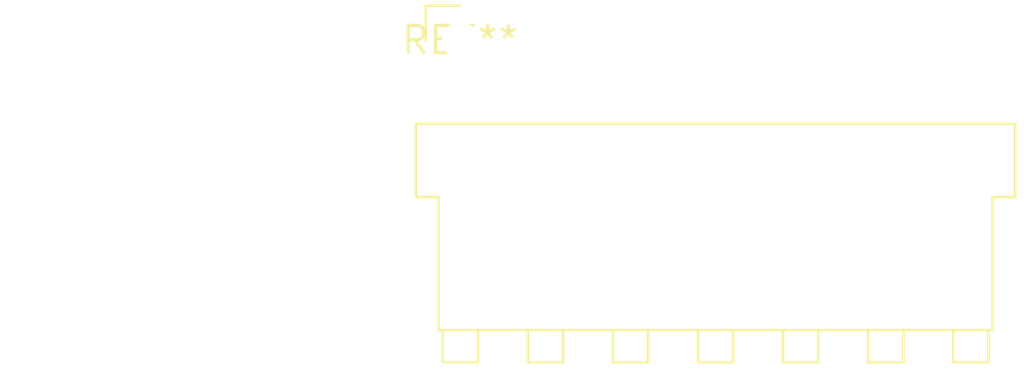
<source format=kicad_pcb>
(kicad_pcb (version 20240108) (generator pcbnew)
  (layers (0 "F.Cu" signal) (31 "B.Cu" signal) (34 "B.Paste" user) (35 "F.Paste" user) (36 "B.SilkS" user "B.Silkscreen") (37 "F.SilkS" user "F.Silkscreen") (38 "B.Mask" user) (39 "F.Mask" user) (44 "Edge.Cuts" user))
  (net 0 "")
  (footprint "JST_VH_B7PS-VH_1x07_P3.96mm_Horizontal" (layer "F.Cu") (at 0 0)
    (property "Reference" "REF**")
    (property "Value" "JST_VH_B7PS-VH_1x07_P3.96mm_Horizontal")
    (fp_line (start -2.06 3.89) (end 25.82 3.89) (layer "F.SilkS") (stroke (width 0.12)))
    (fp_line (start -2.06 7.31) (end -2.06 3.89) (layer "F.SilkS") (stroke (width 0.12)))
    (fp_line (start -1.61 -1.61) (end -1.61 0) (layer "F.SilkS") (stroke (width 0.12)))
    (fp_line (start -1.01 7.31) (end -2.06 7.31) (layer "F.SilkS") (stroke (width 0.12)))
    (fp_line (start -1.01 13.51) (end -1.01 7.31) (layer "F.SilkS") (stroke (width 0.12)))
    (fp_line (start -0.82 13.51) (end -0.82 15.01) (layer "F.SilkS") (stroke (width 0.12)))
    (fp_line (start -0.82 15.01) (end 0.82 15.01) (layer "F.SilkS") (stroke (width 0.12)))
    (fp_line (start 0 -1.61) (end -1.61 -1.61) (layer "F.SilkS") (stroke (width 0.12)))
    (fp_line (start 0.82 15.01) (end 0.82 13.51) (layer "F.SilkS") (stroke (width 0.12)))
    (fp_line (start 3.14 13.51) (end 3.14 15.01) (layer "F.SilkS") (stroke (width 0.12)))
    (fp_line (start 3.14 15.01) (end 4.78 15.01) (layer "F.SilkS") (stroke (width 0.12)))
    (fp_line (start 4.78 15.01) (end 4.78 13.51) (layer "F.SilkS") (stroke (width 0.12)))
    (fp_line (start 7.1 13.51) (end 7.1 15.01) (layer "F.SilkS") (stroke (width 0.12)))
    (fp_line (start 7.1 15.01) (end 8.74 15.01) (layer "F.SilkS") (stroke (width 0.12)))
    (fp_line (start 8.74 15.01) (end 8.74 13.51) (layer "F.SilkS") (stroke (width 0.12)))
    (fp_line (start 11.06 13.51) (end 11.06 15.01) (layer "F.SilkS") (stroke (width 0.12)))
    (fp_line (start 11.06 15.01) (end 12.7 15.01) (layer "F.SilkS") (stroke (width 0.12)))
    (fp_line (start 12.7 15.01) (end 12.7 13.51) (layer "F.SilkS") (stroke (width 0.12)))
    (fp_line (start 15.02 13.51) (end 15.02 15.01) (layer "F.SilkS") (stroke (width 0.12)))
    (fp_line (start 15.02 15.01) (end 16.66 15.01) (layer "F.SilkS") (stroke (width 0.12)))
    (fp_line (start 16.66 15.01) (end 16.66 13.51) (layer "F.SilkS") (stroke (width 0.12)))
    (fp_line (start 18.98 13.51) (end 18.98 15.01) (layer "F.SilkS") (stroke (width 0.12)))
    (fp_line (start 18.98 15.01) (end 20.62 15.01) (layer "F.SilkS") (stroke (width 0.12)))
    (fp_line (start 20.62 15.01) (end 20.62 13.51) (layer "F.SilkS") (stroke (width 0.12)))
    (fp_line (start 22.94 13.51) (end 22.94 15.01) (layer "F.SilkS") (stroke (width 0.12)))
    (fp_line (start 22.94 15.01) (end 24.58 15.01) (layer "F.SilkS") (stroke (width 0.12)))
    (fp_line (start 24.58 15.01) (end 24.58 13.51) (layer "F.SilkS") (stroke (width 0.12)))
    (fp_line (start 24.77 7.31) (end 24.77 13.51) (layer "F.SilkS") (stroke (width 0.12)))
    (fp_line (start 24.77 13.51) (end -1.01 13.51) (layer "F.SilkS") (stroke (width 0.12)))
    (fp_line (start 25.82 3.89) (end 25.82 7.31) (layer "F.SilkS") (stroke (width 0.12)))
    (fp_line (start 25.82 7.31) (end 24.77 7.31) (layer "F.SilkS") (stroke (width 0.12)))
    (pad "1" thru_hole roundrect (at 0 0) (size 2.7 2.7) (drill 1.7) (layers *.Cu *.Mask) (remove_unused_layers) (roundrect_rratio 0.092593))
    (pad "2" thru_hole circle (at 3.96 0) (size 2.7 2.7) (drill 1.7) (layers *.Cu *.Mask) (remove_unused_layers))
    (pad "3" thru_hole circle (at 7.92 0) (size 2.7 2.7) (drill 1.7) (layers *.Cu *.Mask) (remove_unused_layers))
    (pad "4" thru_hole circle (at 11.88 0) (size 2.7 2.7) (drill 1.7) (layers *.Cu *.Mask) (remove_unused_layers))
    (pad "5" thru_hole circle (at 15.84 0) (size 2.7 2.7) (drill 1.7) (layers *.Cu *.Mask) (remove_unused_layers))
    (pad "6" thru_hole circle (at 19.8 0) (size 2.7 2.7) (drill 1.7) (layers *.Cu *.Mask) (remove_unused_layers))
    (pad "7" thru_hole circle (at 23.76 0) (size 2.7 2.7) (drill 1.7) (layers *.Cu *.Mask) (remove_unused_layers))
  )
)
</source>
